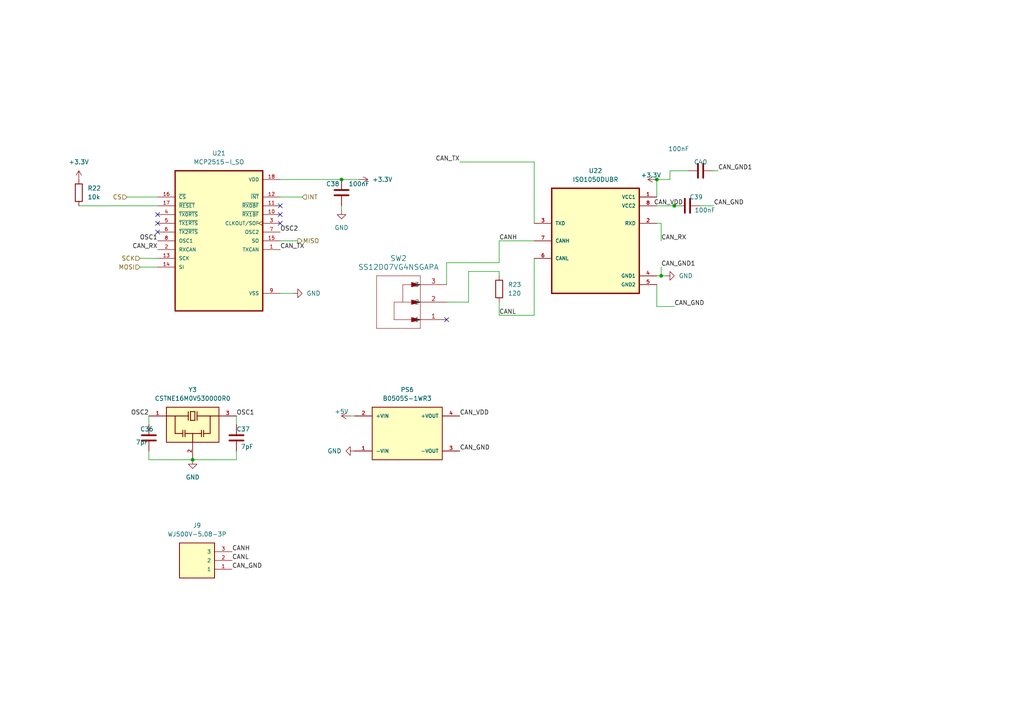
<source format=kicad_sch>
(kicad_sch (version 20231120) (generator "eeschema") (generator_version "8.0")
  (paper "A4")
  (lib_symbols
    (symbol "2024-05-28_19-32-11:SS12D07VG4NSGAPA" (pin_names (offset 0.254))
      (property "Reference" "SW" (at 15.24 7.62 0))
      (property "Value" "SS12D07VG4NSGAPA" (at 20.32 5.08 0))
      (symbol "SS12D07VG4NSGAPA_0_1"
        (polyline (pts (xy 7.62 -12.7) (xy 20.32 -12.7)) (stroke (width 0.127)))
        (polyline (pts (xy 7.62 -10.16) (xy 10.16 -9.525)) (stroke (width 0.127)))
        (polyline (pts (xy 7.62 -5.08) (xy 10.16 -4.445)) (stroke (width 0.127)))
        (polyline (pts (xy 7.62 -5.08) (xy 15.24 -5.08)) (stroke (width 0.127)))
        (polyline (pts (xy 7.62 0) (xy 10.16 0.635)) (stroke (width 0.127)))
        (polyline (pts (xy 7.62 0) (xy 15.24 0)) (stroke (width 0.127)))
        (polyline (pts (xy 7.62 2.54) (xy 7.62 -12.7)) (stroke (width 0.127)))
        (polyline (pts (xy 10.16 -10.795) (xy 7.62 -10.16)) (stroke (width 0.127)))
        (polyline (pts (xy 10.16 -9.525) (xy 10.16 -10.795)) (stroke (width 0.127)))
        (polyline (pts (xy 10.16 -5.715) (xy 7.62 -5.08)) (stroke (width 0.127)))
        (polyline (pts (xy 10.16 -4.445) (xy 10.16 -5.715)) (stroke (width 0.127)))
        (polyline (pts (xy 10.16 -0.635) (xy 7.62 0)) (stroke (width 0.127)))
        (polyline (pts (xy 10.16 0.635) (xy 10.16 -0.635)) (stroke (width 0.127)))
        (polyline (pts (xy 12.7 -10.16) (xy 7.62 -10.16)) (stroke (width 0.127)))
        (polyline (pts (xy 12.7 -5.08) (xy 12.7 -10.16)) (stroke (width 0.127)))
        (polyline (pts (xy 15.24 0) (xy 15.24 -5.08)) (stroke (width 0.127)))
        (polyline (pts (xy 20.32 -12.7) (xy 20.32 2.54)) (stroke (width 0.127)))
        (polyline (pts (xy 20.32 2.54) (xy 7.62 2.54)) (stroke (width 0.127)))
        (polyline (pts (xy 7.62 -10.16) (xy 10.16 -9.525) (xy 10.16 -10.795)) (fill (type outline)))
        (polyline (pts (xy 7.62 -5.08) (xy 10.16 -4.445) (xy 10.16 -5.715)) (fill (type outline)))
        (polyline (pts (xy 7.62 0) (xy 10.16 0.635) (xy 10.16 -0.635)) (fill (type outline)))
        (pin unspecified line (at 0 0 0) (length 7.62) (name "1") (number "1"))
        (pin unspecified line (at 0 -5.08 0) (length 7.62) (name "2") (number "2"))
        (pin unspecified line (at 0 -10.16 0) (length 7.62) (name "3") (number "3"))
      )
    )
    (symbol "CSTNE16M0V530000R0:CSTNE16M0V530000R0" (pin_names (offset 1.016))
      (property "Reference" "Y" (at -7.62 6.35 0))
      (property "Value" "CSTNE16M0V530000R0" (at 1.27 -6.35 0))
      (symbol "CSTNE16M0V530000R0_0_0"
        (rectangle (start -7.62 -5.08) (end 7.62 5.08) (stroke (width 0.254)) (fill (type background)))
        (polyline (pts (xy -7.62 2.54) (xy -5.08 2.54)) (stroke (width 0.254)))
        (polyline (pts (xy -5.08 -2.54) (xy -5.08 2.54)) (stroke (width 0.254)))
        (polyline (pts (xy -5.08 2.54) (xy -1.27 2.54)) (stroke (width 0.254)))
        (polyline (pts (xy -2.8575 -2.54) (xy -5.08 -2.54)) (stroke (width 0.254)))
        (polyline (pts (xy -2.8575 -2.54) (xy -2.8575 -3.4925)) (stroke (width 0.254)))
        (polyline (pts (xy -2.8575 -1.5875) (xy -2.8575 -2.54)) (stroke (width 0.254)))
        (polyline (pts (xy -2.2225 -2.54) (xy -2.2225 -3.4925)) (stroke (width 0.254)))
        (polyline (pts (xy -2.2225 -1.5875) (xy -2.2225 -2.54)) (stroke (width 0.254)))
        (polyline (pts (xy -1.27 2.54) (xy -1.27 1.27)) (stroke (width 0.254)))
        (polyline (pts (xy -1.27 3.81) (xy -1.27 2.54)) (stroke (width 0.254)))
        (polyline (pts (xy -0.635 1.27) (xy -0.635 3.81)) (stroke (width 0.254)))
        (polyline (pts (xy -0.635 3.81) (xy 0.635 3.81)) (stroke (width 0.254)))
        (polyline (pts (xy 0 -5.08) (xy 0 -2.54)) (stroke (width 0.254)))
        (polyline (pts (xy 0 -2.54) (xy -2.2225 -2.54)) (stroke (width 0.254)))
        (polyline (pts (xy 0 -2.54) (xy 2.54 -2.54)) (stroke (width 0.254)))
        (polyline (pts (xy 0.635 1.27) (xy -0.635 1.27)) (stroke (width 0.254)))
        (polyline (pts (xy 0.635 3.81) (xy 0.635 1.27)) (stroke (width 0.254)))
        (polyline (pts (xy 1.27 2.54) (xy 1.27 1.27)) (stroke (width 0.254)))
        (polyline (pts (xy 1.27 2.54) (xy 5.08 2.54)) (stroke (width 0.254)))
        (polyline (pts (xy 1.27 3.81) (xy 1.27 2.54)) (stroke (width 0.254)))
        (polyline (pts (xy 2.54 -2.54) (xy 2.54 -3.4925)) (stroke (width 0.254)))
        (polyline (pts (xy 2.54 -1.5875) (xy 2.54 -2.54)) (stroke (width 0.254)))
        (polyline (pts (xy 3.175 -2.54) (xy 3.175 -3.4925)) (stroke (width 0.254)))
        (polyline (pts (xy 3.175 -2.54) (xy 5.08 -2.54)) (stroke (width 0.254)))
        (polyline (pts (xy 3.175 -1.5875) (xy 3.175 -2.54)) (stroke (width 0.254)))
        (polyline (pts (xy 5.08 -2.54) (xy 5.08 2.54)) (stroke (width 0.254)))
        (polyline (pts (xy 5.08 2.54) (xy 7.62 2.54)) (stroke (width 0.254)))
        (pin input line (at -12.7 2.54 0) (length 5.08) (name "~") (number "1"))
        (pin power_in line (at 0 -10.16 90) (length 5.08) (name "~") (number "2"))
        (pin output line (at 12.7 2.54 180) (length 5.08) (name "~") (number "3"))
      )
    )
    (symbol "Device:C" (pin_numbers hide) (pin_names (offset 0.254))
      (property "Reference" "C" (at 0.635 2.54 0))
      (property "Value" "C" (at 0.635 -2.54 0))
      (symbol "C_0_1"
        (polyline (pts (xy -2.032 -0.762) (xy 2.032 -0.762)) (stroke (width 0.508)))
        (polyline (pts (xy -2.032 0.762) (xy 2.032 0.762)) (stroke (width 0.508)))
      )
      (symbol "C_1_1"
        (pin passive line (at 0 3.81 270) (length 2.794) (name "~") (number "1"))
        (pin passive line (at 0 -3.81 90) (length 2.794) (name "~") (number "2"))
      )
    )
    (symbol "Device:R" (pin_numbers hide) (pin_names (offset 0))
      (property "Reference" "R" (at 2.032 0 90))
      (property "Value" "R" (at 0 0 90))
      (symbol "R_0_1"
        (rectangle (start -1.016 -2.54) (end 1.016 2.54) (stroke (width 0.254)))
      )
      (symbol "R_1_1"
        (pin passive line (at 0 3.81 270) (length 1.27) (name "~") (number "1"))
        (pin passive line (at 0 -3.81 90) (length 1.27) (name "~") (number "2"))
      )
    )
    (symbol "ISO1050DUBR:ISO1050DUBR" (pin_names (offset 1.016))
      (property "Reference" "U" (at -12.7 16.24 0))
      (property "Value" "ISO1050DUBR" (at -12.7 -19.24 0))
      (symbol "ISO1050DUBR_0_0"
        (rectangle (start -12.7 -15.24) (end 12.7 15.24) (stroke (width 0.41)) (fill (type background)))
        (pin power_in line (at 17.78 12.7 180) (length 5.08) (name "VCC1") (number "1"))
        (pin output line (at 17.78 5.08 180) (length 5.08) (name "RXD") (number "2"))
        (pin input line (at -17.78 5.08 0) (length 5.08) (name "TXD") (number "3"))
        (pin power_in line (at 17.78 -10.16 180) (length 5.08) (name "GND1") (number "4"))
        (pin power_in line (at 17.78 -12.7 180) (length 5.08) (name "GND2") (number "5"))
        (pin bidirectional line (at -17.78 -5.08 0) (length 5.08) (name "CANL") (number "6"))
        (pin bidirectional line (at -17.78 0 0) (length 5.08) (name "CANH") (number "7"))
        (pin power_in line (at 17.78 10.16 180) (length 5.08) (name "VCC2") (number "8"))
      )
    )
    (symbol "MCP2515-I_SO:MCP2515-I_SO" (pin_names (offset 1.016))
      (property "Reference" "U" (at -12.7 21.32 0))
      (property "Value" "MCP2515-I_SO" (at -12.7 -24.32 0))
      (symbol "MCP2515-I_SO_0_0"
        (rectangle (start -12.7 -20.32) (end 12.7 20.32) (stroke (width 0.41)) (fill (type background)))
        (pin output line (at 17.78 -2.54 180) (length 5.08) (name "TXCAN") (number "1"))
        (pin output line (at 17.78 7.62 180) (length 5.08) (name "~{RX1BF}") (number "10"))
        (pin output line (at 17.78 10.16 180) (length 5.08) (name "~{RX0BF}") (number "11"))
        (pin output line (at 17.78 12.7 180) (length 5.08) (name "~{INT}") (number "12"))
        (pin input line (at -17.78 -5.08 0) (length 5.08) (name "SCK") (number "13"))
        (pin input line (at -17.78 -7.62 0) (length 5.08) (name "SI") (number "14"))
        (pin output line (at 17.78 0 180) (length 5.08) (name "SO") (number "15"))
        (pin input line (at -17.78 12.7 0) (length 5.08) (name "~{CS}") (number "16"))
        (pin input line (at -17.78 10.16 0) (length 5.08) (name "~{RESET}") (number "17"))
        (pin power_in line (at 17.78 17.78 180) (length 5.08) (name "VDD") (number "18"))
        (pin input line (at -17.78 -2.54 0) (length 5.08) (name "RXCAN") (number "2"))
        (pin output clock (at 17.78 5.08 180) (length 5.08) (name "CLKOUT/SOF") (number "3"))
        (pin input line (at -17.78 7.62 0) (length 5.08) (name "~{TX0RTS}") (number "4"))
        (pin input line (at -17.78 5.08 0) (length 5.08) (name "~{TX1RTS}") (number "5"))
        (pin input line (at -17.78 2.54 0) (length 5.08) (name "~{TX2RTS}") (number "6"))
        (pin output line (at 17.78 2.54 180) (length 5.08) (name "OSC2") (number "7"))
        (pin input line (at -17.78 0 0) (length 5.08) (name "OSC1") (number "8"))
        (pin power_in line (at 17.78 -15.24 180) (length 5.08) (name "VSS") (number "9"))
      )
    )
    (symbol "RFM-0505S:RFM-0505S" (pin_names (offset 1.016))
      (property "Reference" "PS" (at -10.16 8.89 0))
      (property "Value" "RFM-0505S" (at -10.16 -10.16 0))
      (symbol "RFM-0505S_0_0"
        (rectangle (start -10.16 -7.62) (end 10.16 7.62) (stroke (width 0.254)) (fill (type background)))
        (pin input line (at -15.24 -5.08 0) (length 5.08) (name "-VIN") (number "1"))
        (pin input line (at -15.24 5.08 0) (length 5.08) (name "+VIN") (number "2"))
        (pin output line (at 15.24 -5.08 180) (length 5.08) (name "-VOUT") (number "3"))
        (pin output line (at 15.24 5.08 180) (length 5.08) (name "+VOUT") (number "4"))
      )
    )
    (symbol "TB006-508-03BE:TB006-508-03BE" (pin_names (offset 1.016))
      (property "Reference" "J" (at -5.58 5.08 0))
      (property "Value" "TB006-508-03BE" (at -5.08 -7.62 0))
      (symbol "TB006-508-03BE_0_0"
        (rectangle (start -5.08 -5.08) (end 5.08 5.08) (stroke (width 0.254)) (fill (type background)))
        (pin passive line (at -10.16 2.54 0) (length 5.08) (name "1") (number "1"))
        (pin passive line (at -10.16 0 0) (length 5.08) (name "2") (number "2"))
        (pin passive line (at -10.16 -2.54 0) (length 5.08) (name "3") (number "3"))
      )
    )
    (symbol "power:+3.3V" (power) (pin_names (offset 0))
      (property "Value" "+3.3V" (at 0 3.556 0))
      (symbol "+3.3V_0_1"
        (polyline (pts (xy -0.762 1.27) (xy 0 2.54)))
        (polyline (pts (xy 0 0) (xy 0 2.54)))
        (polyline (pts (xy 0 2.54) (xy 0.762 1.27)))
      )
      (symbol "+3.3V_1_1"
        (pin power_in line (at 0 0 90) (length 0) hide (name "+3.3V") (number "1"))
      )
    )
    (symbol "power:+5V" (power) (pin_names (offset 0))
      (property "Value" "+5V" (at 0 3.556 0))
      (symbol "+5V_0_1"
        (polyline (pts (xy -0.762 1.27) (xy 0 2.54)))
        (polyline (pts (xy 0 0) (xy 0 2.54)))
        (polyline (pts (xy 0 2.54) (xy 0.762 1.27)))
      )
      (symbol "+5V_1_1"
        (pin power_in line (at 0 0 90) (length 0) hide (name "+5V") (number "1"))
      )
    )
    (symbol "power:GND" (power) (pin_names (offset 0))
      (property "Value" "GND" (at 0 -3.81 0))
      (symbol "GND_0_1"
        (polyline (pts (xy 0 0) (xy 0 -1.27) (xy 1.27 -1.27) (xy 0 -2.54) (xy -1.27 -1.27) (xy 0 -1.27)))
      )
      (symbol "GND_1_1"
        (pin power_in line (at 0 0 270) (length 0) hide (name "GND") (number "1"))
      )
    )
  )
  (junction (at 55.88 133.35))
  (junction (at 191.77 80.01))
  (junction (at 99.06 52.07))
  (junction (at 195.58 59.69))
  (junction (at 190.5 52.07))
  (no_connect (at 129.54 92.71))
  (no_connect (at 81.28 62.23))
  (no_connect (at 45.72 67.31))
  (no_connect (at 81.28 64.77))
  (no_connect (at 81.28 59.69))
  (no_connect (at 45.72 64.77))
  (no_connect (at 45.72 62.23))
  (wire (pts (xy 154.94 46.99) (xy 154.94 64.77)))
  (wire (pts (xy 43.18 133.35) (xy 55.88 133.35)))
  (wire (pts (xy 207.01 49.53) (xy 208.28 49.53)))
  (wire (pts (xy 40.64 77.47) (xy 45.72 77.47)))
  (wire (pts (xy 194.31 52.07) (xy 190.5 52.07)))
  (wire (pts (xy 36.83 57.15) (xy 45.72 57.15)))
  (wire (pts (xy 81.28 69.85) (xy 86.36 69.85)))
  (wire (pts (xy 68.58 120.65) (xy 68.58 123.19)))
  (wire (pts (xy 191.77 64.77) (xy 190.5 64.77)))
  (wire (pts (xy 190.5 59.69) (xy 195.58 59.69)))
  (wire (pts (xy 101.6 120.65) (xy 102.87 120.65)))
  (wire (pts (xy 68.58 133.35) (xy 55.88 133.35)))
  (wire (pts (xy 190.5 57.15) (xy 190.5 52.07)))
  (wire (pts (xy 85.09 85.09) (xy 81.28 85.09)))
  (wire (pts (xy 194.31 49.53) (xy 199.39 49.53)))
  (wire (pts (xy 191.77 80.01) (xy 190.5 80.01)))
  (wire (pts (xy 43.18 130.81) (xy 43.18 133.35)))
  (wire (pts (xy 81.28 52.07) (xy 99.06 52.07)))
  (wire (pts (xy 195.58 88.9) (xy 190.5 88.9)))
  (wire (pts (xy 190.5 88.9) (xy 190.5 82.55)))
  (wire (pts (xy 191.77 69.85) (xy 191.77 64.77)))
  (wire (pts (xy 99.06 52.07) (xy 104.14 52.07)))
  (wire (pts (xy 193.04 80.01) (xy 191.77 80.01)))
  (wire (pts (xy 68.58 130.81) (xy 68.58 133.35)))
  (wire (pts (xy 191.77 77.47) (xy 191.77 80.01)))
  (wire (pts (xy 133.35 46.99) (xy 154.94 46.99)))
  (wire (pts (xy 22.86 59.69) (xy 45.72 59.69)))
  (wire (pts (xy 40.64 74.93) (xy 45.72 74.93)))
  (wire (pts (xy 129.54 76.2) (xy 129.54 82.55)))
  (wire (pts (xy 194.31 49.53) (xy 194.31 52.07)))
  (wire (pts (xy 135.89 78.74) (xy 144.78 78.74)))
  (wire (pts (xy 135.89 87.63) (xy 129.54 87.63)))
  (wire (pts (xy 81.28 57.15) (xy 87.63 57.15)))
  (wire (pts (xy 144.78 87.63) (xy 144.78 91.44)))
  (wire (pts (xy 43.18 120.65) (xy 43.18 123.19)))
  (wire (pts (xy 144.78 69.85) (xy 154.94 69.85)))
  (wire (pts (xy 207.01 59.69) (xy 203.2 59.69)))
  (wire (pts (xy 129.54 76.2) (xy 144.78 76.2)))
  (wire (pts (xy 144.78 78.74) (xy 144.78 80.01)))
  (wire (pts (xy 135.89 78.74) (xy 135.89 87.63)))
  (wire (pts (xy 144.78 76.2) (xy 144.78 69.85)))
  (wire (pts (xy 99.06 59.69) (xy 99.06 60.96)))
  (wire (pts (xy 154.94 74.93) (xy 154.94 91.44)))
  (wire (pts (xy 144.78 91.44) (xy 154.94 91.44)))
  (wire (pts (xy 198.12 59.69) (xy 195.58 59.69)))
  (label "CAN_GND" (at 195.58 88.9 0))
  (label "OSC1" (at 68.58 120.65 0))
  (label "OSC1" (at 45.72 69.85 180))
  (label "CAN_GND1" (at 191.77 77.47 0))
  (label "CANL" (at 67.31 162.56 0))
  (label "CANH" (at 144.78 69.85 0))
  (label "CAN_TX" (at 81.28 72.39 0))
  (label "CAN_GND" (at 207.01 59.69 0))
  (label "CAN_VDD" (at 133.35 120.65 0))
  (label "OSC2" (at 81.28 67.31 0))
  (label "CAN_GND1" (at 208.28 49.53 0))
  (label "CANH" (at 67.31 160.02 0))
  (label "CAN_GND" (at 133.35 130.81 0))
  (label "CAN_TX" (at 133.35 46.99 180))
  (label "CANL" (at 144.78 91.44 0))
  (label "CAN_RX" (at 191.77 69.85 0))
  (label "CAN_GND" (at 67.31 165.1 0))
  (label "OSC2" (at 43.18 120.65 180))
  (label "CAN_VDD" (at 198.12 59.69 180))
  (label "CAN_RX" (at 45.72 72.39 180))
  (hierarchical_label "INT" (shape input) (at 87.63 57.15 0))
  (hierarchical_label "MOSI" (shape input) (at 40.64 77.47 180))
  (hierarchical_label "MISO" (shape output) (at 86.36 69.85 0))
  (hierarchical_label "CS" (shape input) (at 36.83 57.15 180))
  (hierarchical_label "SCK" (shape input) (at 40.64 74.93 180))
  (symbol (lib_id "ISO1050DUBR:ISO1050DUBR") (at 172.72 69.85 0) (unit 1)
    (property "Reference" "U22" (at 172.72 49.53 0))
    (property "Value" "ISO1050DUBR" (at 172.72 52.07 0))
    (property "Footprint" "revparts2:SOP254P1040X485-8N" (effects (hide yes)))
    (instances (project "Motor Programmer Rev. 2" (path "" (reference "U22") (unit 1)) (path "" (reference "U24") (unit 1)) (path "" (reference "U26") (unit 1)) (path "" (reference "U20") (unit 1))))
  )
  (symbol (lib_id "Device:R") (at 144.78 83.82 0) (unit 1)
    (property "Reference" "R23" (at 147.32 82.55 0) (effects (justify left)))
    (property "Value" "120" (at 147.32 85.09 0) (effects (justify left)))
    (property "Footprint" "Resistor_SMD:R_0402_1005Metric" (effects (hide yes)))
    (instances (project "Motor Programmer Rev. 2" (path "" (reference "R23") (unit 1)) (path "" (reference "R25") (unit 1)) (path "" (reference "R27") (unit 1)) (path "" (reference "R21") (unit 1))))
  )
  (symbol (lib_id "power:+3.3V") (at 104.14 52.07 270) (unit 1)
    (property "Reference" "#PWR086" (effects (hide yes)))
    (property "Value" "+3.3V" (at 107.95 52.07 90) (effects (justify left)))
    (instances (project "Motor Programmer Rev. 2" (path "" (reference "#PWR086") (unit 1)) (path "" (reference "#PWR095") (unit 1)) (path "" (reference "#PWR0104") (unit 1)) (path "" (reference "#PWR077") (unit 1))))
  )
  (symbol (lib_id "power:+5V") (at 101.6 120.65 90) (unit 1)
    (property "Reference" "#PWR087" (effects (hide yes)))
    (property "Value" "+5V" (at 99.06 119.38 90))
    (instances (project "Motor Programmer Rev. 2" (path "" (reference "#PWR087") (unit 1)) (path "" (reference "#PWR096") (unit 1)) (path "" (reference "#PWR0105") (unit 1)) (path "" (reference "#PWR078") (unit 1))))
  )
  (symbol (lib_id "Device:C") (at 99.06 55.88 180) (unit 1)
    (property "Reference" "C38" (at 96.52 53.34 0))
    (property "Value" "100nF" (at 104.14 53.34 0))
    (property "Footprint" "Capacitor_SMD:C_0402_1005Metric" (effects (hide yes)))
    (instances (project "Motor Programmer Rev. 2" (path "" (reference "C38") (unit 1)) (path "" (reference "C43") (unit 1)) (path "" (reference "C48") (unit 1)) (path "" (reference "C33") (unit 1))))
  )
  (symbol (lib_id "Device:R") (at 22.86 55.88 0) (unit 1)
    (property "Reference" "R22" (at 25.4 54.61 0) (effects (justify left)))
    (property "Value" "10k" (at 25.4 57.15 0) (effects (justify left)))
    (property "Footprint" "Resistor_SMD:R_0402_1005Metric" (effects (hide yes)))
    (instances (project "Motor Programmer Rev. 2" (path "" (reference "R22") (unit 1)) (path "" (reference "R24") (unit 1)) (path "" (reference "R26") (unit 1)) (path "" (reference "R10") (unit 1))))
  )
  (symbol (lib_id "Device:C") (at 203.2 49.53 90) (unit 1)
    (property "Reference" "C40" (at 203.2 46.99 90))
    (property "Value" "100nF" (at 196.85 43.18 90))
    (property "Footprint" "Capacitor_SMD:C_0402_1005Metric" (effects (hide yes)))
    (instances (project "Motor Programmer Rev. 2" (path "" (reference "C40") (unit 1)) (path "" (reference "C45") (unit 1)) (path "" (reference "C50") (unit 1)) (path "" (reference "C35") (unit 1))))
  )
  (symbol (lib_id "power:GND") (at 85.09 85.09 90) (unit 1)
    (property "Reference" "#PWR084" (effects (hide yes)))
    (property "Value" "GND" (at 88.9 85.09 90) (effects (justify right)))
    (instances (project "Motor Programmer Rev. 2" (path "" (reference "#PWR084") (unit 1)) (path "" (reference "#PWR093") (unit 1)) (path "" (reference "#PWR0102") (unit 1)) (path "" (reference "#PWR075") (unit 1))))
  )
  (symbol (lib_id "RFM-0505S:RFM-0505S") (at 118.11 125.73 0) (unit 1)
    (property "Reference" "PS6" (at 118.11 113.03 0))
    (property "Value" "B0505S-1WR3" (at 118.11 115.57 0))
    (property "Footprint" "relevantparts:CONV_RFM-0505S" (effects (hide yes)))
    (property "PARTREV" "0" (effects (hide yes)))
    (property "STANDARD" "Manufacturer Recommendations" (effects (hide yes)))
    (property "MAXIMUM_PACKAGE_HEIGHT" "10mm" (effects (hide yes)))
    (property "MANUFACTURER" "Recom" (effects (hide yes)))
    (instances (project "Motor Programmer Rev. 2" (path "" (reference "PS6") (unit 1)) (path "" (reference "PS7") (unit 1)) (path "" (reference "PS8") (unit 1)) (path "" (reference "PS5") (unit 1))))
  )
  (symbol (lib_id "Device:C") (at 68.58 127 0) (unit 1)
    (property "Reference" "C37" (at 68.58 124.46 0) (effects (justify left)))
    (property "Value" "7pF" (at 69.85 129.54 0) (effects (justify left)))
    (property "Footprint" "Capacitor_SMD:C_0603_1608Metric" (effects (hide yes)))
    (instances (project "Motor Programmer Rev. 2" (path "" (reference "C37") (unit 1)) (path "" (reference "C42") (unit 1)) (path "" (reference "C47") (unit 1)) (path "" (reference "C32") (unit 1))))
  )
  (symbol (lib_id "power:GND") (at 99.06 60.96 0) (unit 1)
    (property "Reference" "#PWR085" (effects (hide yes)))
    (property "Value" "GND" (at 99.06 66.04 0))
    (instances (project "Motor Programmer Rev. 2" (path "" (reference "#PWR085") (unit 1)) (path "" (reference "#PWR094") (unit 1)) (path "" (reference "#PWR0103") (unit 1)) (path "" (reference "#PWR076") (unit 1))))
  )
  (symbol (lib_id "power:+3.3V") (at 190.5 52.07 90) (unit 1)
    (property "Reference" "#PWR089" (effects (hide yes)))
    (property "Value" "+3.3V" (at 191.77 50.8 90) (effects (justify left)))
    (instances (project "Motor Programmer Rev. 2" (path "" (reference "#PWR089") (unit 1)) (path "" (reference "#PWR098") (unit 1)) (path "" (reference "#PWR0107") (unit 1)) (path "" (reference "#PWR080") (unit 1))))
  )
  (symbol (lib_id "power:GND") (at 55.88 133.35 0) (unit 1)
    (property "Reference" "#PWR083" (effects (hide yes)))
    (property "Value" "GND" (at 55.88 138.43 0))
    (instances (project "Motor Programmer Rev. 2" (path "" (reference "#PWR083") (unit 1)) (path "" (reference "#PWR092") (unit 1)) (path "" (reference "#PWR0101") (unit 1)) (path "" (reference "#PWR074") (unit 1))))
  )
  (symbol (lib_id "power:GND") (at 193.04 80.01 90) (unit 1)
    (property "Reference" "#PWR090" (effects (hide yes)))
    (property "Value" "GND" (at 196.85 80.01 90) (effects (justify right)))
    (instances (project "Motor Programmer Rev. 2" (path "" (reference "#PWR090") (unit 1)) (path "" (reference "#PWR099") (unit 1)) (path "" (reference "#PWR0108") (unit 1)) (path "" (reference "#PWR081") (unit 1))))
  )
  (symbol (lib_id "Device:C") (at 43.18 127 0) (unit 1)
    (property "Reference" "C36" (at 40.64 124.46 0) (effects (justify left)))
    (property "Value" "7pF" (at 39.37 128.27 0) (effects (justify left)))
    (property "Footprint" "Capacitor_SMD:C_0603_1608Metric" (effects (hide yes)))
    (instances (project "Motor Programmer Rev. 2" (path "" (reference "C36") (unit 1)) (path "" (reference "C41") (unit 1)) (path "" (reference "C46") (unit 1)) (path "" (reference "C31") (unit 1))))
  )
  (symbol (lib_id "Device:C") (at 199.39 59.69 90) (unit 1)
    (property "Reference" "C39" (at 201.93 57.15 90))
    (property "Value" "100nF" (at 204.47 60.96 90))
    (property "Footprint" "Capacitor_SMD:C_0402_1005Metric" (effects (hide yes)))
    (instances (project "Motor Programmer Rev. 2" (path "" (reference "C39") (unit 1)) (path "" (reference "C44") (unit 1)) (path "" (reference "C49") (unit 1)) (path "" (reference "C34") (unit 1))))
  )
  (symbol (lib_id "power:GND") (at 102.87 130.81 270) (unit 1)
    (property "Reference" "#PWR088" (effects (hide yes)))
    (property "Value" "GND" (at 99.06 130.81 90) (effects (justify right)))
    (instances (project "Motor Programmer Rev. 2" (path "" (reference "#PWR088") (unit 1)) (path "" (reference "#PWR097") (unit 1)) (path "" (reference "#PWR0106") (unit 1)) (path "" (reference "#PWR079") (unit 1))))
  )
  (symbol (lib_id "MCP2515-I_SO:MCP2515-I_SO") (at 63.5 69.85 0) (unit 1)
    (property "Reference" "U21" (at 63.5 44.45 0))
    (property "Value" "MCP2515-I_SO" (at 63.5 46.99 0))
    (property "Footprint" "revparts2:SOIC127P1030X265-18N" (effects (hide yes)))
    (instances (project "Motor Programmer Rev. 2" (path "" (reference "U21") (unit 1)) (path "" (reference "U23") (unit 1)) (path "" (reference "U25") (unit 1)) (path "" (reference "U19") (unit 1))))
  )
  (symbol (lib_id "2024-05-28_19-32-11:SS12D07VG4NSGAPA") (at 129.54 92.71 180) (unit 1)
    (property "Reference" "SW2" (at 115.57 74.93 0) (effects (font (size 1.524 1.524))))
    (property "Value" "SS12D07VG4NSGAPA" (at 115.57 77.47 0) (effects (font (size 1.524 1.524))))
    (property "Footprint" "revparts2:SS12D07_CNK" (effects (hide yes)))
    (property "Datasheet" "SS12D07VG4NSGAPA" (effects (hide yes)))
    (instances (project "Motor Programmer Rev. 2" (path "" (reference "SW2") (unit 1)) (path "" (reference "SW3") (unit 1)) (path "" (reference "SW4") (unit 1)) (path "" (reference "SW1") (unit 1))))
  )
  (symbol (lib_id "TB006-508-03BE:TB006-508-03BE") (at 57.15 162.56 180) (unit 1)
    (property "Reference" "J9" (at 57.15 152.4 0))
    (property "Value" "WJ500V-5.08-3P" (at 57.15 154.94 0))
    (property "Footprint" "revparts2:CUI_TB006-508-03BE" (effects (hide yes)))
    (property "STANDARD" "Manufacturer Recommendations" (effects (hide yes)))
    (property "MANUFACTURER" "CUI" (effects (hide yes)))
    (instances (project "Motor Programmer Rev. 2" (path "" (reference "J9") (unit 1)) (path "" (reference "J10") (unit 1)) (path "" (reference "J11") (unit 1)) (path "" (reference "J8") (unit 1))))
  )
  (symbol (lib_id "power:+3.3V") (at 22.86 52.07 0) (unit 1)
    (property "Reference" "#PWR082" (effects (hide yes)))
    (property "Value" "+3.3V" (at 22.86 46.99 0))
    (instances (project "Motor Programmer Rev. 2" (path "" (reference "#PWR082") (unit 1)) (path "" (reference "#PWR091") (unit 1)) (path "" (reference "#PWR0100") (unit 1)) (path "" (reference "#PWR073") (unit 1))))
  )
  (symbol (lib_id "CSTNE16M0V530000R0:CSTNE16M0V530000R0") (at 55.88 123.19 0) (unit 1)
    (property "Reference" "Y3" (at 55.88 113.03 0))
    (property "Value" "CSTNE16M0V530000R0" (at 55.88 115.57 0))
    (property "Footprint" "revparts2:OSC_CSTNE16M0V530000R0" (effects (hide yes)))
    (property "PARTREV" "JGC42-8853B" (effects (hide yes)))
    (property "MANUFACTURER" "Murata" (effects (hide yes)))
    (property "MAXIMUM_PACKAGE_HEIGHT" "1mm" (effects (hide yes)))
    (property "STANDARD" "Manufacturer Recomendations" (effects (hide yes)))
    (instances (project "Motor Programmer Rev. 2" (path "" (reference "Y3") (unit 1)) (path "" (reference "Y4") (unit 1)) (path "" (reference "Y5") (unit 1)) (path "" (reference "Y2") (unit 1))))
  )
)
</source>
